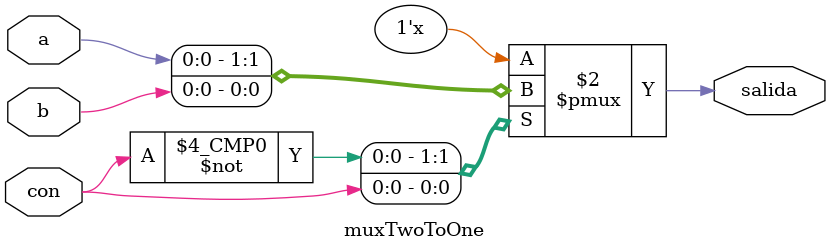
<source format=v>
`timescale 1ns / 1ps
module muxTwoToOne(con,a,b,salida);
 input con; 
 input a,b;
 output reg salida;
 always @*
 begin
 case(con)
  1'b0:
		salida <= a;
  1'b1:
		salida <= b;
	default:
      salida <=32'b0;	
  endcase
  end
 endmodule

</source>
